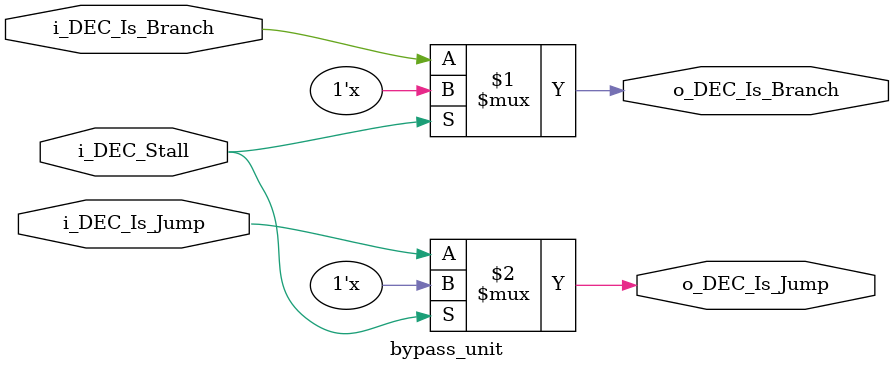
<source format=v>
module bypass_unit
(
    input i_DEC_Is_Branch,
    input i_DEC_Is_Jump,
    input i_DEC_Stall,
    output o_DEC_Is_Branch,
    output o_DEC_Is_Jump
);

assign o_DEC_Is_Branch = i_DEC_Stall ? 1'bx : i_DEC_Is_Branch;
assign o_DEC_Is_Jump = i_DEC_Stall ? 1'bx : i_DEC_Is_Jump;

endmodule

</source>
